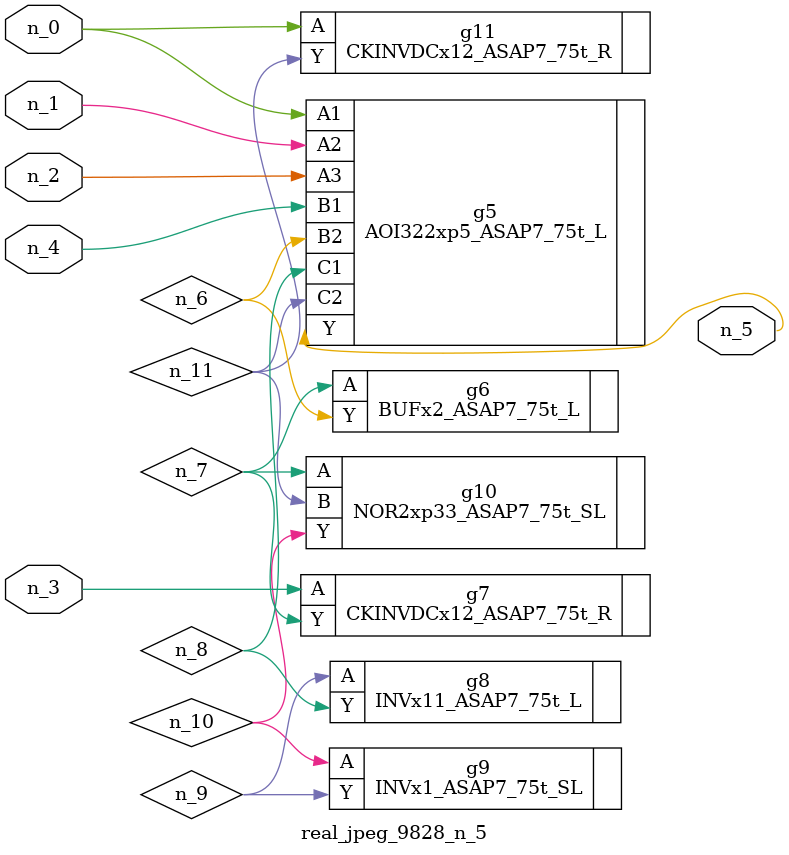
<source format=v>
module real_jpeg_9828_n_5 (n_4, n_0, n_1, n_2, n_3, n_5);

input n_4;
input n_0;
input n_1;
input n_2;
input n_3;

output n_5;

wire n_8;
wire n_11;
wire n_6;
wire n_7;
wire n_10;
wire n_9;

AOI322xp5_ASAP7_75t_L g5 ( 
.A1(n_0),
.A2(n_1),
.A3(n_2),
.B1(n_4),
.B2(n_6),
.C1(n_8),
.C2(n_11),
.Y(n_5)
);

CKINVDCx12_ASAP7_75t_R g11 ( 
.A(n_0),
.Y(n_11)
);

CKINVDCx12_ASAP7_75t_R g7 ( 
.A(n_3),
.Y(n_7)
);

BUFx2_ASAP7_75t_L g6 ( 
.A(n_7),
.Y(n_6)
);

NOR2xp33_ASAP7_75t_SL g10 ( 
.A(n_7),
.B(n_11),
.Y(n_10)
);

INVx11_ASAP7_75t_L g8 ( 
.A(n_9),
.Y(n_8)
);

INVx1_ASAP7_75t_SL g9 ( 
.A(n_10),
.Y(n_9)
);


endmodule
</source>
